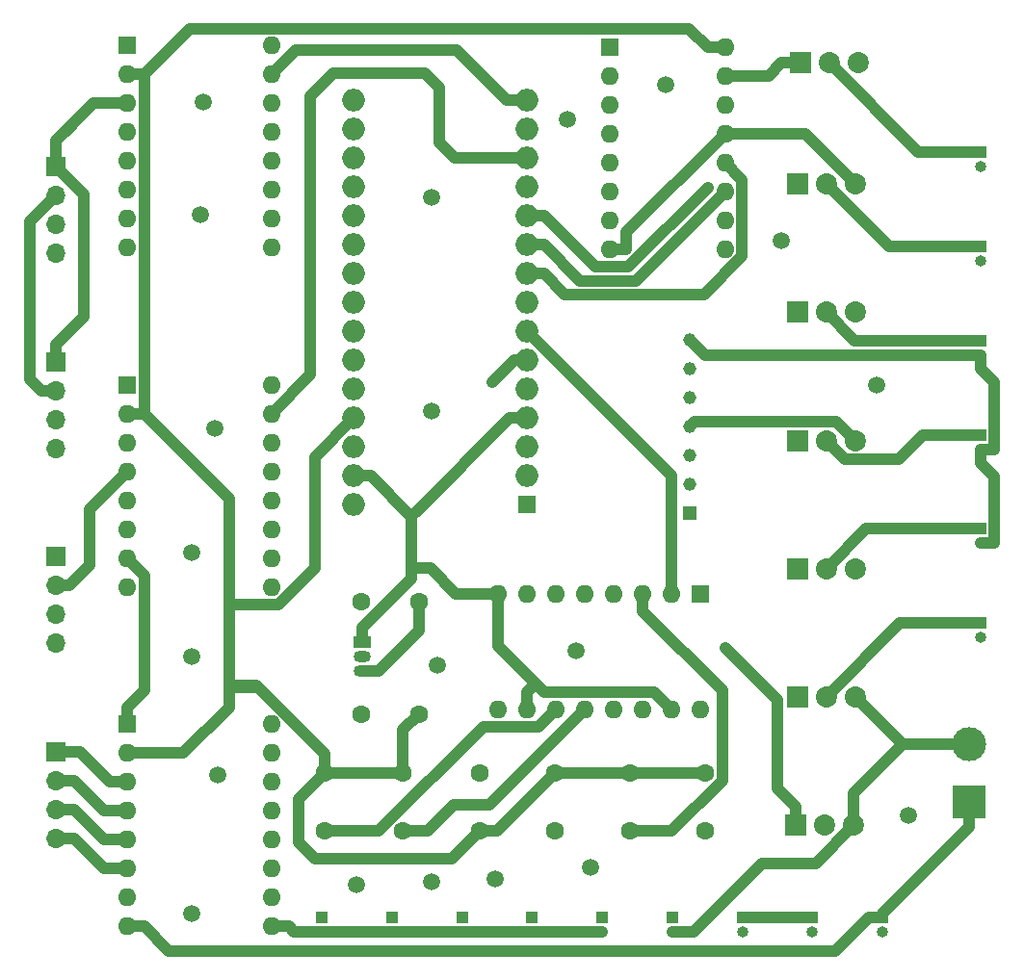
<source format=gbr>
%TF.GenerationSoftware,KiCad,Pcbnew,(6.0.6-0)*%
%TF.CreationDate,2022-11-09T17:59:03+09:00*%
%TF.ProjectId,WB,57422e6b-6963-4616-945f-706362585858,rev?*%
%TF.SameCoordinates,Original*%
%TF.FileFunction,Copper,L1,Top*%
%TF.FilePolarity,Positive*%
%FSLAX46Y46*%
G04 Gerber Fmt 4.6, Leading zero omitted, Abs format (unit mm)*
G04 Created by KiCad (PCBNEW (6.0.6-0)) date 2022-11-09 17:59:03*
%MOMM*%
%LPD*%
G01*
G04 APERTURE LIST*
%TA.AperFunction,ComponentPad*%
%ADD10R,1.860000X1.860000*%
%TD*%
%TA.AperFunction,ComponentPad*%
%ADD11C,1.860000*%
%TD*%
%TA.AperFunction,ComponentPad*%
%ADD12R,1.600000X1.600000*%
%TD*%
%TA.AperFunction,ComponentPad*%
%ADD13O,1.600000X1.600000*%
%TD*%
%TA.AperFunction,ComponentPad*%
%ADD14R,1.500000X1.050000*%
%TD*%
%TA.AperFunction,ComponentPad*%
%ADD15O,1.500000X1.050000*%
%TD*%
%TA.AperFunction,ComponentPad*%
%ADD16C,1.600000*%
%TD*%
%TA.AperFunction,ComponentPad*%
%ADD17R,1.000000X1.000000*%
%TD*%
%TA.AperFunction,ComponentPad*%
%ADD18O,1.000000X1.000000*%
%TD*%
%TA.AperFunction,ComponentPad*%
%ADD19R,1.700000X1.700000*%
%TD*%
%TA.AperFunction,ComponentPad*%
%ADD20O,1.700000X1.700000*%
%TD*%
%TA.AperFunction,ComponentPad*%
%ADD21R,3.000000X3.000000*%
%TD*%
%TA.AperFunction,ComponentPad*%
%ADD22C,3.000000*%
%TD*%
%TA.AperFunction,ComponentPad*%
%ADD23R,1.160000X1.160000*%
%TD*%
%TA.AperFunction,ComponentPad*%
%ADD24C,1.160000*%
%TD*%
%TA.AperFunction,ComponentPad*%
%ADD25O,2.000000X2.000000*%
%TD*%
%TA.AperFunction,ViaPad*%
%ADD26C,1.500000*%
%TD*%
%TA.AperFunction,ViaPad*%
%ADD27C,0.800000*%
%TD*%
%TA.AperFunction,Conductor*%
%ADD28C,1.000000*%
%TD*%
G04 APERTURE END LIST*
D10*
%TO.P,Q2,1,G*%
%TO.N,Net-(Q2-Pad1)*%
X218433500Y-37826500D03*
D11*
%TO.P,Q2,2,D*%
%TO.N,Net-(D2-Pad1)*%
X220973500Y-37826500D03*
%TO.P,Q2,3,S*%
%TO.N,GND*%
X223513500Y-37826500D03*
%TD*%
D12*
%TO.P,A2,1,GND*%
%TO.N,GND*%
X159522000Y-55499000D03*
D13*
%TO.P,A2,2,VDD*%
%TO.N,VCC*%
X159522000Y-58039000D03*
%TO.P,A2,3,1B*%
%TO.N,Net-(A2-Pad3)*%
X159522000Y-60579000D03*
%TO.P,A2,4,1A*%
%TO.N,Net-(A2-Pad4)*%
X159522000Y-63119000D03*
%TO.P,A2,5,2A*%
%TO.N,Net-(A2-Pad5)*%
X159522000Y-65659000D03*
%TO.P,A2,6,2B*%
%TO.N,Net-(A2-Pad6)*%
X159522000Y-68199000D03*
%TO.P,A2,7,GND*%
%TO.N,GND*%
X159522000Y-70739000D03*
%TO.P,A2,8,VMOT*%
%TO.N,+24V*%
X159522000Y-73279000D03*
%TO.P,A2,9,~{ENABLE}*%
%TO.N,GND*%
X172222000Y-73279000D03*
%TO.P,A2,10,MS1*%
%TO.N,unconnected-(A2-Pad10)*%
X172222000Y-70739000D03*
%TO.P,A2,11,MS2*%
%TO.N,unconnected-(A2-Pad11)*%
X172222000Y-68199000D03*
%TO.P,A2,12,MS3*%
%TO.N,unconnected-(A2-Pad12)*%
X172222000Y-65659000D03*
%TO.P,A2,13,~{RESET}*%
%TO.N,Net-(A2-Pad13)*%
X172222000Y-63119000D03*
%TO.P,A2,14,~{SLEEP}*%
X172222000Y-60579000D03*
%TO.P,A2,15,STEP*%
%TO.N,Net-(A2-Pad15)*%
X172222000Y-58039000D03*
%TO.P,A2,16,DIR*%
%TO.N,Net-(A2-Pad16)*%
X172222000Y-55499000D03*
%TD*%
D14*
%TO.P,Q8,1,E*%
%TO.N,GND*%
X180208000Y-78105000D03*
D15*
%TO.P,Q8,2,C*%
%TO.N,Net-(A3-Pad16)*%
X180208000Y-79375000D03*
%TO.P,Q8,3,B*%
%TO.N,Net-(Q8-Pad3)*%
X180208000Y-80645000D03*
%TD*%
D16*
%TO.P,R7,1*%
%TO.N,Net-(A3-Pad16)*%
X180086000Y-84455000D03*
%TO.P,R7,2*%
%TO.N,VCC*%
X185166000Y-84455000D03*
%TD*%
%TO.P,R3,1*%
%TO.N,D2*%
X190500000Y-89672000D03*
%TO.P,R3,2*%
%TO.N,VCC*%
X190500000Y-94752000D03*
%TD*%
D17*
%TO.P,D1,1,K*%
%TO.N,Net-(D1-Pad1)*%
X234569000Y-35037000D03*
D18*
%TO.P,D1,2,A*%
%TO.N,+24V*%
X234569000Y-36307000D03*
%TD*%
D16*
%TO.P,R8,1*%
%TO.N,Net-(A2-Pad16)*%
X180086000Y-74549000D03*
%TO.P,R8,2*%
%TO.N,Net-(Q8-Pad3)*%
X185166000Y-74549000D03*
%TD*%
D17*
%TO.P,SW5,1,1*%
%TO.N,D4*%
X201295000Y-102347000D03*
D18*
%TO.P,SW5,2,2*%
%TO.N,GND*%
X201295000Y-103617000D03*
%TD*%
D17*
%TO.P,SW1,1,1*%
%TO.N,D0*%
X176657000Y-102347000D03*
D18*
%TO.P,SW1,2,2*%
%TO.N,GND*%
X176657000Y-103617000D03*
%TD*%
D19*
%TO.P,J2,1,Pin_1*%
%TO.N,Net-(A1-Pad3)*%
X153289000Y-53477000D03*
D20*
%TO.P,J2,2,Pin_2*%
%TO.N,Net-(A1-Pad4)*%
X153289000Y-56017000D03*
%TO.P,J2,3,Pin_3*%
%TO.N,Net-(A1-Pad5)*%
X153289000Y-58557000D03*
%TO.P,J2,4,Pin_4*%
%TO.N,Net-(A1-Pad6)*%
X153289000Y-61097000D03*
%TD*%
D16*
%TO.P,R1,1*%
%TO.N,D0*%
X176911000Y-94742000D03*
%TO.P,R1,2*%
%TO.N,VCC*%
X176911000Y-89662000D03*
%TD*%
%TO.P,R5,1*%
%TO.N,D4*%
X203708000Y-94742000D03*
%TO.P,R5,2*%
%TO.N,VCC*%
X203708000Y-89662000D03*
%TD*%
D12*
%TO.P,U1,1,~{PL}*%
%TO.N,Net-(A4-Pad8)*%
X209916000Y-73894000D03*
D13*
%TO.P,U1,2,CP*%
%TO.N,Net-(A4-Pad7)*%
X207376000Y-73894000D03*
%TO.P,U1,3,D4*%
%TO.N,D4*%
X204836000Y-73894000D03*
%TO.P,U1,4,D5*%
%TO.N,D5*%
X202296000Y-73894000D03*
%TO.P,U1,5,D6*%
%TO.N,unconnected-(U1-Pad5)*%
X199756000Y-73894000D03*
%TO.P,U1,6,D7*%
%TO.N,unconnected-(U1-Pad6)*%
X197216000Y-73894000D03*
%TO.P,U1,7,~{Q7}*%
%TO.N,unconnected-(U1-Pad7)*%
X194676000Y-73894000D03*
%TO.P,U1,8,GND*%
%TO.N,GND*%
X192136000Y-73894000D03*
%TO.P,U1,9,Q7*%
%TO.N,Net-(A4-Pad6)*%
X192136000Y-84054000D03*
%TO.P,U1,10,DS*%
%TO.N,GND*%
X194676000Y-84054000D03*
%TO.P,U1,11,D0*%
%TO.N,D0*%
X197216000Y-84054000D03*
%TO.P,U1,12,D1*%
%TO.N,D1*%
X199756000Y-84054000D03*
%TO.P,U1,13,D2*%
%TO.N,D2*%
X202296000Y-84054000D03*
%TO.P,U1,14,D3*%
%TO.N,D3*%
X204836000Y-84054000D03*
%TO.P,U1,15,~{CE}*%
%TO.N,GND*%
X207376000Y-84054000D03*
%TO.P,U1,16,VCC*%
%TO.N,VCC*%
X209916000Y-84054000D03*
%TD*%
D10*
%TO.P,Q1,1,G*%
%TO.N,Net-(Q1-Pad1)*%
X218687500Y-27180000D03*
D11*
%TO.P,Q1,2,D*%
%TO.N,Net-(D1-Pad1)*%
X221227500Y-27180000D03*
%TO.P,Q1,3,S*%
%TO.N,GND*%
X223767500Y-27180000D03*
%TD*%
D10*
%TO.P,Q3,1,G*%
%TO.N,Net-(Q3-Pad1)*%
X218433500Y-49108000D03*
D11*
%TO.P,Q3,2,D*%
%TO.N,Net-(D3-Pad1)*%
X220973500Y-49108000D03*
%TO.P,Q3,3,S*%
%TO.N,GND*%
X223513500Y-49108000D03*
%TD*%
D12*
%TO.P,U2,1,QB*%
%TO.N,Net-(Q2-Pad1)*%
X201910000Y-25796000D03*
D13*
%TO.P,U2,2,QC*%
%TO.N,Net-(Q3-Pad1)*%
X201910000Y-28336000D03*
%TO.P,U2,3,QD*%
%TO.N,Net-(Q4-Pad1)*%
X201910000Y-30876000D03*
%TO.P,U2,4,QE*%
%TO.N,Net-(Q5-Pad1)*%
X201910000Y-33416000D03*
%TO.P,U2,5,QF*%
%TO.N,Net-(Q6-Pad1)*%
X201910000Y-35956000D03*
%TO.P,U2,6,QG*%
%TO.N,Net-(U2-Pad6)*%
X201910000Y-38496000D03*
%TO.P,U2,7,QH*%
%TO.N,Net-(U2-Pad7)*%
X201910000Y-41036000D03*
%TO.P,U2,8,GND*%
%TO.N,GND*%
X201910000Y-43576000D03*
%TO.P,U2,9,QH'*%
%TO.N,unconnected-(U2-Pad9)*%
X212070000Y-43576000D03*
%TO.P,U2,10,~{SRCLR}*%
%TO.N,VCC*%
X212070000Y-41036000D03*
%TO.P,U2,11,SRCLK*%
%TO.N,Net-(A4-Pad10)*%
X212070000Y-38496000D03*
%TO.P,U2,12,RCLK*%
%TO.N,Net-(A4-Pad9)*%
X212070000Y-35956000D03*
%TO.P,U2,13,~{OE}*%
%TO.N,GND*%
X212070000Y-33416000D03*
%TO.P,U2,14,SER*%
%TO.N,Net-(A4-Pad11)*%
X212070000Y-30876000D03*
%TO.P,U2,15,QA*%
%TO.N,Net-(Q1-Pad1)*%
X212070000Y-28336000D03*
%TO.P,U2,16,VCC*%
%TO.N,VCC*%
X212070000Y-25796000D03*
%TD*%
D12*
%TO.P,A1,1,GND*%
%TO.N,GND*%
X159522000Y-25654000D03*
D13*
%TO.P,A1,2,VDD*%
%TO.N,VCC*%
X159522000Y-28194000D03*
%TO.P,A1,3,1B*%
%TO.N,Net-(A1-Pad3)*%
X159522000Y-30734000D03*
%TO.P,A1,4,1A*%
%TO.N,Net-(A1-Pad4)*%
X159522000Y-33274000D03*
%TO.P,A1,5,2A*%
%TO.N,Net-(A1-Pad5)*%
X159522000Y-35814000D03*
%TO.P,A1,6,2B*%
%TO.N,Net-(A1-Pad6)*%
X159522000Y-38354000D03*
%TO.P,A1,7,GND*%
%TO.N,GND*%
X159522000Y-40894000D03*
%TO.P,A1,8,VMOT*%
%TO.N,+24V*%
X159522000Y-43434000D03*
%TO.P,A1,9,~{ENABLE}*%
%TO.N,Net-(A1-Pad9)*%
X172222000Y-43434000D03*
%TO.P,A1,10,MS1*%
%TO.N,unconnected-(A1-Pad10)*%
X172222000Y-40894000D03*
%TO.P,A1,11,MS2*%
%TO.N,unconnected-(A1-Pad11)*%
X172222000Y-38354000D03*
%TO.P,A1,12,MS3*%
%TO.N,unconnected-(A1-Pad12)*%
X172222000Y-35814000D03*
%TO.P,A1,13,~{RESET}*%
%TO.N,Net-(A1-Pad13)*%
X172222000Y-33274000D03*
%TO.P,A1,14,~{SLEEP}*%
X172222000Y-30734000D03*
%TO.P,A1,15,STEP*%
%TO.N,Net-(A1-Pad15)*%
X172222000Y-28194000D03*
%TO.P,A1,16,DIR*%
%TO.N,Net-(A1-Pad16)*%
X172222000Y-25654000D03*
%TD*%
D17*
%TO.P,SW2,1,1*%
%TO.N,D1*%
X182816500Y-102347000D03*
D18*
%TO.P,SW2,2,2*%
%TO.N,GND*%
X182816500Y-103617000D03*
%TD*%
D17*
%TO.P,J5,1,Pin_1*%
%TO.N,Net-(J4-Pad1)*%
X234569000Y-76449000D03*
D18*
%TO.P,J5,2,Pin_2*%
%TO.N,+24V*%
X234569000Y-77719000D03*
%TD*%
D17*
%TO.P,D4,1,K*%
%TO.N,Net-(D4-Pad1)*%
X234569000Y-59884200D03*
D18*
%TO.P,D4,2,A*%
%TO.N,+24V*%
X234569000Y-61154200D03*
%TD*%
D10*
%TO.P,Q4,1,G*%
%TO.N,Net-(Q4-Pad1)*%
X218433500Y-60389500D03*
D11*
%TO.P,Q4,2,D*%
%TO.N,Net-(D4-Pad1)*%
X220973500Y-60389500D03*
%TO.P,Q4,3,S*%
%TO.N,GND*%
X223513500Y-60389500D03*
%TD*%
D10*
%TO.P,Q5,1,G*%
%TO.N,Net-(Q5-Pad1)*%
X218433500Y-71671000D03*
D11*
%TO.P,Q5,2,D*%
%TO.N,Net-(D5-Pad1)*%
X220973500Y-71671000D03*
%TO.P,Q5,3,S*%
%TO.N,GND*%
X223513500Y-71671000D03*
%TD*%
D16*
%TO.P,R2,1*%
%TO.N,D1*%
X183769000Y-94742000D03*
%TO.P,R2,2*%
%TO.N,VCC*%
X183769000Y-89662000D03*
%TD*%
D17*
%TO.P,D5,1,K*%
%TO.N,Net-(D5-Pad1)*%
X234569000Y-68166600D03*
D18*
%TO.P,D5,2,A*%
%TO.N,+24V*%
X234569000Y-69436600D03*
%TD*%
D19*
%TO.P,J3,1,Pin_1*%
%TO.N,Net-(A2-Pad3)*%
X153289000Y-70622000D03*
D20*
%TO.P,J3,2,Pin_2*%
%TO.N,Net-(A2-Pad4)*%
X153289000Y-73162000D03*
%TO.P,J3,3,Pin_3*%
%TO.N,Net-(A2-Pad5)*%
X153289000Y-75702000D03*
%TO.P,J3,4,Pin_4*%
%TO.N,Net-(A2-Pad6)*%
X153289000Y-78242000D03*
%TD*%
D17*
%TO.P,J7,1,Pin_1*%
%TO.N,Net-(J5-Pad1)*%
X219773500Y-102347000D03*
D18*
%TO.P,J7,2,Pin_2*%
%TO.N,Net-(J5-Pad2)*%
X219773500Y-103617000D03*
%TD*%
D12*
%TO.P,A3,1,GND*%
%TO.N,GND*%
X159522000Y-85344000D03*
D13*
%TO.P,A3,2,VDD*%
%TO.N,VCC*%
X159522000Y-87884000D03*
%TO.P,A3,3,1B*%
%TO.N,Net-(A3-Pad3)*%
X159522000Y-90424000D03*
%TO.P,A3,4,1A*%
%TO.N,Net-(A3-Pad4)*%
X159522000Y-92964000D03*
%TO.P,A3,5,2A*%
%TO.N,Net-(A3-Pad5)*%
X159522000Y-95504000D03*
%TO.P,A3,6,2B*%
%TO.N,Net-(A3-Pad6)*%
X159522000Y-98044000D03*
%TO.P,A3,7,GND*%
%TO.N,GND*%
X159522000Y-100584000D03*
%TO.P,A3,8,VMOT*%
%TO.N,+24V*%
X159522000Y-103124000D03*
%TO.P,A3,9,~{ENABLE}*%
%TO.N,GND*%
X172222000Y-103124000D03*
%TO.P,A3,10,MS1*%
%TO.N,unconnected-(A3-Pad10)*%
X172222000Y-100584000D03*
%TO.P,A3,11,MS2*%
%TO.N,unconnected-(A3-Pad11)*%
X172222000Y-98044000D03*
%TO.P,A3,12,MS3*%
%TO.N,unconnected-(A3-Pad12)*%
X172222000Y-95504000D03*
%TO.P,A3,13,~{RESET}*%
%TO.N,Net-(A3-Pad13)*%
X172222000Y-92964000D03*
%TO.P,A3,14,~{SLEEP}*%
X172222000Y-90424000D03*
%TO.P,A3,15,STEP*%
%TO.N,Net-(A2-Pad15)*%
X172222000Y-87884000D03*
%TO.P,A3,16,DIR*%
%TO.N,Net-(A3-Pad16)*%
X172222000Y-85344000D03*
%TD*%
D10*
%TO.P,Q6,1,G*%
%TO.N,Net-(Q6-Pad1)*%
X218433500Y-82952500D03*
D11*
%TO.P,Q6,2,D*%
%TO.N,Net-(J4-Pad1)*%
X220973500Y-82952500D03*
%TO.P,Q6,3,S*%
%TO.N,GND*%
X223513500Y-82952500D03*
%TD*%
D21*
%TO.P,J8,1,Pin_1*%
%TO.N,+24V*%
X233553000Y-92202000D03*
D22*
%TO.P,J8,2,Pin_2*%
%TO.N,GND*%
X233553000Y-87122000D03*
%TD*%
D23*
%TO.P,U3,1,IN1*%
%TO.N,Net-(U2-Pad6)*%
X208997000Y-66802000D03*
D24*
%TO.P,U3,2,IN2*%
%TO.N,Net-(U2-Pad7)*%
X208997000Y-64262000D03*
%TO.P,U3,3,OUT1*%
%TO.N,Net-(J5-Pad1)*%
X208997000Y-61722000D03*
%TO.P,U3,4,GND*%
%TO.N,GND*%
X208997000Y-59182000D03*
%TO.P,U3,5,OUT2*%
%TO.N,Net-(J5-Pad2)*%
X208997000Y-56642000D03*
%TO.P,U3,6,N.C.*%
%TO.N,unconnected-(U3-Pad6)*%
X208997000Y-54102000D03*
%TO.P,U3,7,VM*%
%TO.N,+24V*%
X208997000Y-51562000D03*
%TD*%
D17*
%TO.P,J6,1,Pin_1*%
%TO.N,Net-(J5-Pad1)*%
X213614000Y-102347000D03*
D18*
%TO.P,J6,2,Pin_2*%
%TO.N,Net-(J5-Pad2)*%
X213614000Y-103617000D03*
%TD*%
D16*
%TO.P,R4,1*%
%TO.N,D3*%
X197104000Y-94742000D03*
%TO.P,R4,2*%
%TO.N,VCC*%
X197104000Y-89662000D03*
%TD*%
D17*
%TO.P,SW3,1,1*%
%TO.N,D2*%
X188976000Y-102347000D03*
D18*
%TO.P,SW3,2,2*%
%TO.N,GND*%
X188976000Y-103617000D03*
%TD*%
D17*
%TO.P,SW4,1,1*%
%TO.N,D3*%
X195135500Y-102347000D03*
D18*
%TO.P,SW4,2,2*%
%TO.N,GND*%
X195135500Y-103617000D03*
%TD*%
D12*
%TO.P,A4,1,D1/TX*%
%TO.N,unconnected-(A4-Pad1)*%
X194681000Y-66040000D03*
D25*
%TO.P,A4,2,D0/RX*%
%TO.N,unconnected-(A4-Pad2)*%
X194681000Y-63500000D03*
%TO.P,A4,3,~{RESET}*%
%TO.N,unconnected-(A4-Pad3)*%
X194681000Y-60960000D03*
%TO.P,A4,4,GND*%
%TO.N,GND*%
X194681000Y-58420000D03*
%TO.P,A4,5,D2*%
%TO.N,Net-(A4-Pad5)*%
X194681000Y-55880000D03*
%TO.P,A4,6,D3*%
%TO.N,Net-(A4-Pad6)*%
X194681000Y-53340000D03*
%TO.P,A4,7,D4*%
%TO.N,Net-(A4-Pad7)*%
X194681000Y-50800000D03*
%TO.P,A4,8,D5*%
%TO.N,Net-(A4-Pad8)*%
X194681000Y-48260000D03*
%TO.P,A4,9,D6*%
%TO.N,Net-(A4-Pad9)*%
X194681000Y-45720000D03*
%TO.P,A4,10,D7*%
%TO.N,Net-(A4-Pad10)*%
X194681000Y-43180000D03*
%TO.P,A4,11,D8*%
%TO.N,Net-(A4-Pad11)*%
X194681000Y-40640000D03*
%TO.P,A4,12,D9*%
%TO.N,Net-(A2-Pad16)*%
X194681000Y-38100000D03*
%TO.P,A4,13,D10*%
%TO.N,Net-(A2-Pad15)*%
X194681000Y-35560000D03*
%TO.P,A4,14,D11*%
%TO.N,Net-(A1-Pad16)*%
X194681000Y-33020000D03*
%TO.P,A4,15,D12*%
%TO.N,Net-(A1-Pad15)*%
X194681000Y-30480000D03*
%TO.P,A4,16,D13*%
%TO.N,Net-(A1-Pad9)*%
X179441000Y-30480000D03*
%TO.P,A4,17,3V3*%
%TO.N,unconnected-(A4-Pad17)*%
X179441000Y-33020000D03*
%TO.P,A4,18,AREF*%
%TO.N,unconnected-(A4-Pad18)*%
X179441000Y-35560000D03*
%TO.P,A4,19,A0*%
%TO.N,unconnected-(A4-Pad19)*%
X179441000Y-38100000D03*
%TO.P,A4,20,A1*%
%TO.N,unconnected-(A4-Pad20)*%
X179441000Y-40640000D03*
%TO.P,A4,21,A2*%
%TO.N,unconnected-(A4-Pad21)*%
X179441000Y-43180000D03*
%TO.P,A4,22,A3*%
%TO.N,unconnected-(A4-Pad22)*%
X179441000Y-45720000D03*
%TO.P,A4,23,A4*%
%TO.N,unconnected-(A4-Pad23)*%
X179441000Y-48260000D03*
%TO.P,A4,24,A5*%
%TO.N,unconnected-(A4-Pad24)*%
X179441000Y-50800000D03*
%TO.P,A4,25,A6*%
%TO.N,unconnected-(A4-Pad25)*%
X179441000Y-53340000D03*
%TO.P,A4,26,A7*%
%TO.N,unconnected-(A4-Pad26)*%
X179441000Y-55880000D03*
%TO.P,A4,27,+5V*%
%TO.N,VCC*%
X179441000Y-58420000D03*
%TO.P,A4,28,~{RESET}*%
%TO.N,unconnected-(A4-Pad28)*%
X179441000Y-60960000D03*
%TO.P,A4,29,GND*%
%TO.N,GND*%
X179441000Y-63500000D03*
%TO.P,A4,30,VIN*%
%TO.N,unconnected-(A4-Pad30)*%
X179441000Y-66040000D03*
%TD*%
D19*
%TO.P,J4,1,Pin_1*%
%TO.N,Net-(A3-Pad3)*%
X153289000Y-87767000D03*
D20*
%TO.P,J4,2,Pin_2*%
%TO.N,Net-(A3-Pad4)*%
X153289000Y-90307000D03*
%TO.P,J4,3,Pin_3*%
%TO.N,Net-(A3-Pad5)*%
X153289000Y-92847000D03*
%TO.P,J4,4,Pin_4*%
%TO.N,Net-(A3-Pad6)*%
X153289000Y-95387000D03*
%TD*%
D17*
%TO.P,M1,1,+*%
%TO.N,+24V*%
X225933000Y-102347000D03*
D18*
%TO.P,M1,2,-*%
%TO.N,Net-(M1-Pad2)*%
X225933000Y-103617000D03*
%TD*%
D19*
%TO.P,J1,1,Pin_1*%
%TO.N,Net-(A1-Pad3)*%
X153289000Y-36332000D03*
D20*
%TO.P,J1,2,Pin_2*%
%TO.N,Net-(A1-Pad4)*%
X153289000Y-38872000D03*
%TO.P,J1,3,Pin_3*%
%TO.N,Net-(A1-Pad5)*%
X153289000Y-41412000D03*
%TO.P,J1,4,Pin_4*%
%TO.N,Net-(A1-Pad6)*%
X153289000Y-43952000D03*
%TD*%
D17*
%TO.P,D2,1,K*%
%TO.N,Net-(D2-Pad1)*%
X234569000Y-43319400D03*
D18*
%TO.P,D2,2,A*%
%TO.N,+24V*%
X234569000Y-44589400D03*
%TD*%
D16*
%TO.P,R6,1*%
%TO.N,D5*%
X210312000Y-94742000D03*
%TO.P,R6,2*%
%TO.N,VCC*%
X210312000Y-89662000D03*
%TD*%
D10*
%TO.P,Q7,1,G*%
%TO.N,Net-(A4-Pad5)*%
X218313000Y-94234000D03*
D11*
%TO.P,Q7,2,D*%
%TO.N,Net-(M1-Pad2)*%
X220853000Y-94234000D03*
%TO.P,Q7,3,S*%
%TO.N,GND*%
X223393000Y-94234000D03*
%TD*%
D17*
%TO.P,D3,1,K*%
%TO.N,Net-(D3-Pad1)*%
X234569000Y-51601800D03*
D18*
%TO.P,D3,2,A*%
%TO.N,+24V*%
X234569000Y-52871800D03*
%TD*%
D17*
%TO.P,SW6,1,1*%
%TO.N,D5*%
X207454500Y-102347000D03*
D18*
%TO.P,SW6,2,2*%
%TO.N,GND*%
X207454500Y-103617000D03*
%TD*%
D26*
%TO.N,*%
X206883000Y-29083000D03*
X179705000Y-99441000D03*
X199009000Y-78867000D03*
X200279000Y-97917000D03*
X166243000Y-30607000D03*
X186309000Y-57785000D03*
X217043000Y-42799000D03*
X198247000Y-32131000D03*
X165989000Y-40513000D03*
X165227000Y-70231000D03*
X165227000Y-101981000D03*
X191897000Y-98933000D03*
X225425000Y-55499000D03*
X167513000Y-89789000D03*
X167259000Y-59309000D03*
X186309000Y-99187000D03*
X228219000Y-93345000D03*
X186309000Y-38989000D03*
X186817000Y-80137000D03*
X165227000Y-79375000D03*
D27*
%TO.N,Net-(A4-Pad6)*%
X191657300Y-55229700D03*
%TO.N,Net-(A4-Pad11)*%
X210569700Y-38114400D03*
%TO.N,Net-(A4-Pad5)*%
X212123700Y-78654800D03*
%TD*%
D28*
%TO.N,+24V*%
X235769300Y-69436600D02*
X235769300Y-63554800D01*
X234569000Y-52871800D02*
X234569000Y-54072100D01*
X225933000Y-102347000D02*
X224732700Y-102347000D01*
X208997000Y-51562000D02*
X210306800Y-52871800D01*
X234569000Y-69436600D02*
X235769300Y-69436600D01*
X161022300Y-103124000D02*
X159522000Y-103124000D01*
X163181300Y-105283000D02*
X161022300Y-103124000D01*
X233553000Y-92202000D02*
X233553000Y-94402300D01*
X234569000Y-61154200D02*
X234569000Y-62354500D01*
X224732700Y-102347000D02*
X221796700Y-105283000D01*
X235769300Y-55272400D02*
X235769300Y-61154200D01*
X234569000Y-54072100D02*
X235769300Y-55272400D01*
X225933000Y-102022300D02*
X225933000Y-102347000D01*
X234569000Y-61154200D02*
X235769300Y-61154200D01*
X210306800Y-52871800D02*
X234569000Y-52871800D01*
X221796700Y-105283000D02*
X163181300Y-105283000D01*
X235769300Y-63554800D02*
X234569000Y-62354500D01*
X233553000Y-94402300D02*
X225933000Y-102022300D01*
%TO.N,GND*%
X192136000Y-78483600D02*
X192136000Y-73894000D01*
X219103000Y-33416000D02*
X223513500Y-37826500D01*
X203410300Y-43576000D02*
X203410300Y-42075700D01*
X161022300Y-82343400D02*
X161022300Y-72239300D01*
X194676000Y-84054000D02*
X194676000Y-82553700D01*
X179847000Y-103617000D02*
X179832000Y-103632000D01*
X172222000Y-103124000D02*
X173722300Y-103124000D01*
X201295000Y-103617000D02*
X195135500Y-103617000D01*
X209419900Y-58759100D02*
X208997000Y-59182000D01*
X195441100Y-81788600D02*
X192136000Y-78483600D01*
X227683000Y-87122000D02*
X223513500Y-82952500D01*
X203410300Y-42075700D02*
X212070000Y-33416000D01*
X194681000Y-58420000D02*
X193180700Y-58420000D01*
X195441100Y-81788600D02*
X194676000Y-82553700D01*
X182816500Y-103617000D02*
X179847000Y-103617000D01*
X176657000Y-103617000D02*
X174215300Y-103617000D01*
X177787000Y-103617000D02*
X176657000Y-103617000D01*
X196191200Y-82538800D02*
X195441100Y-81788600D01*
X184521000Y-72566700D02*
X180208000Y-76879700D01*
X161022300Y-72239300D02*
X159522000Y-70739000D01*
X220031100Y-97595900D02*
X223393000Y-94234000D01*
X159522000Y-83843700D02*
X161022300Y-82343400D01*
X223513500Y-60389500D02*
X221883100Y-58759100D01*
X184521000Y-67079700D02*
X180941300Y-63500000D01*
X186173200Y-71628000D02*
X184521000Y-71628000D01*
X215363100Y-97595900D02*
X220031100Y-97595900D01*
X207376000Y-84054000D02*
X205860800Y-82538800D01*
X177802000Y-103632000D02*
X177787000Y-103617000D01*
X184521000Y-66929000D02*
X184521000Y-72566700D01*
X212070000Y-33416000D02*
X219103000Y-33416000D01*
X184918850Y-66681850D02*
X193180700Y-58420000D01*
X195135500Y-103617000D02*
X188976000Y-103617000D01*
X221883100Y-58759100D02*
X209419900Y-58759100D01*
X223393000Y-91412000D02*
X227683000Y-87122000D01*
X180208000Y-76879700D02*
X180208000Y-78105000D01*
X233553000Y-87122000D02*
X227683000Y-87122000D01*
X188439200Y-73894000D02*
X186173200Y-71628000D01*
X192136000Y-73894000D02*
X188439200Y-73894000D01*
X159522000Y-85344000D02*
X159522000Y-83843700D01*
X188976000Y-103617000D02*
X182816500Y-103617000D01*
X207454500Y-103617000D02*
X209342000Y-103617000D01*
X201910000Y-43576000D02*
X203410300Y-43576000D01*
X174215300Y-103617000D02*
X173722300Y-103124000D01*
X223393000Y-94234000D02*
X223393000Y-91412000D01*
X209342000Y-103617000D02*
X215363100Y-97595900D01*
X179441000Y-63500000D02*
X180941300Y-63500000D01*
X205860800Y-82538800D02*
X196191200Y-82538800D01*
X179832000Y-103632000D02*
X177802000Y-103632000D01*
%TO.N,VCC*%
X188097000Y-97155000D02*
X176022000Y-97155000D01*
X190500000Y-94752000D02*
X188097000Y-97155000D01*
X192014000Y-94752000D02*
X190500000Y-94752000D01*
X168529000Y-81915000D02*
X168678600Y-82064600D01*
X159522000Y-28194000D02*
X161022300Y-28194000D01*
X165071700Y-24144600D02*
X208918300Y-24144600D01*
X210312000Y-89662000D02*
X203708000Y-89662000D01*
X176022000Y-61839000D02*
X179441000Y-58420000D01*
X176911000Y-89662000D02*
X176911000Y-87906600D01*
X168474800Y-83842200D02*
X168474800Y-74803600D01*
X172841800Y-74803600D02*
X176022000Y-71623400D01*
X183769000Y-89662000D02*
X183769000Y-85852000D01*
X170919400Y-81915000D02*
X168529000Y-81915000D01*
X176911000Y-87906600D02*
X170919400Y-81915000D01*
X176022000Y-71623400D02*
X176022000Y-61839000D01*
X174625000Y-91948000D02*
X176911000Y-89662000D01*
X159522000Y-58039000D02*
X161022300Y-58039000D01*
X183769000Y-89662000D02*
X176911000Y-89662000D01*
X212070000Y-25796000D02*
X210569700Y-25796000D01*
X197104000Y-89662000D02*
X203708000Y-89662000D01*
X168474800Y-74803600D02*
X172841800Y-74803600D01*
X168678600Y-82064600D02*
X170919400Y-82064600D01*
X183769000Y-85852000D02*
X185166000Y-84455000D01*
X168474800Y-65491500D02*
X161022300Y-58039000D01*
X208918300Y-24144600D02*
X210569700Y-25796000D01*
X161022300Y-28194000D02*
X165071700Y-24144600D01*
X168474800Y-74803600D02*
X168474800Y-65491500D01*
X197104000Y-89662000D02*
X192014000Y-94752000D01*
X176022000Y-97155000D02*
X174625000Y-95758000D01*
X164433000Y-87884000D02*
X168474800Y-83842200D01*
X161022300Y-28194000D02*
X161022300Y-58039000D01*
X174625000Y-95758000D02*
X174625000Y-91948000D01*
X159522000Y-87884000D02*
X164433000Y-87884000D01*
%TO.N,Net-(A4-Pad7)*%
X207376000Y-63495000D02*
X207376000Y-73894000D01*
X194681000Y-50800000D02*
X207376000Y-63495000D01*
%TO.N,Net-(A4-Pad6)*%
X193547000Y-53340000D02*
X191657300Y-55229700D01*
X194681000Y-53340000D02*
X193547000Y-53340000D01*
%TO.N,Net-(J5-Pad1)*%
X213614000Y-102347000D02*
X219773500Y-102347000D01*
%TO.N,Net-(A1-Pad3)*%
X156591000Y-30734000D02*
X159522000Y-30734000D01*
X153289000Y-34036000D02*
X156591000Y-30734000D01*
X155702000Y-49513700D02*
X153289000Y-51926700D01*
X153289000Y-36332000D02*
X153289000Y-34036000D01*
X153289000Y-51926700D02*
X153289000Y-53477000D01*
X153289000Y-36332000D02*
X155702000Y-38745000D01*
X153289000Y-34036000D02*
X154686000Y-32639000D01*
X155702000Y-38745000D02*
X155702000Y-49513700D01*
%TO.N,Net-(A1-Pad4)*%
X153289000Y-38872000D02*
X151003000Y-41158000D01*
X151003000Y-41158000D02*
X151003000Y-54991000D01*
X151003000Y-54991000D02*
X152029000Y-56017000D01*
X152029000Y-56017000D02*
X153289000Y-56017000D01*
%TO.N,Net-(A2-Pad4)*%
X156210000Y-66431000D02*
X159522000Y-63119000D01*
X154422000Y-73162000D02*
X156210000Y-71374000D01*
X153289000Y-73162000D02*
X154422000Y-73162000D01*
X156210000Y-71374000D02*
X156210000Y-66431000D01*
%TO.N,Net-(D1-Pad1)*%
X229084500Y-35037000D02*
X234569000Y-35037000D01*
X221227500Y-27180000D02*
X229084500Y-35037000D01*
%TO.N,Net-(D5-Pad1)*%
X234569000Y-68166600D02*
X224477900Y-68166600D01*
X224477900Y-68166600D02*
X220973500Y-71671000D01*
%TO.N,D4*%
X204836000Y-75394300D02*
X211828100Y-82386400D01*
X204836000Y-73894000D02*
X204836000Y-75394300D01*
X207395800Y-94742000D02*
X203708000Y-94742000D01*
X211828100Y-90309700D02*
X207395800Y-94742000D01*
X211828100Y-82386400D02*
X211828100Y-90309700D01*
%TO.N,D1*%
X185928000Y-94742000D02*
X188214000Y-92456000D01*
X191354000Y-92456000D02*
X199756000Y-84054000D01*
X188214000Y-92456000D02*
X191354000Y-92456000D01*
X183769000Y-94742000D02*
X185928000Y-94742000D01*
%TO.N,D0*%
X190834800Y-85554300D02*
X181647100Y-94742000D01*
X195715700Y-85554300D02*
X190834800Y-85554300D01*
X197216000Y-84054000D02*
X195715700Y-85554300D01*
X181647100Y-94742000D02*
X176911000Y-94742000D01*
%TO.N,Net-(Q8-Pad3)*%
X185166000Y-77137300D02*
X181658300Y-80645000D01*
X180208000Y-80645000D02*
X181658300Y-80645000D01*
X185166000Y-74549000D02*
X185166000Y-77137300D01*
%TO.N,Net-(Q1-Pad1)*%
X212070000Y-28336000D02*
X215901200Y-28336000D01*
X215901200Y-28336000D02*
X217057200Y-27180000D01*
X218687500Y-27180000D02*
X217057200Y-27180000D01*
%TO.N,Net-(A4-Pad10)*%
X204238500Y-46327500D02*
X212070000Y-38496000D01*
X199328800Y-46327500D02*
X204238500Y-46327500D01*
X196181300Y-43180000D02*
X199328800Y-46327500D01*
X194681000Y-43180000D02*
X196181300Y-43180000D01*
%TO.N,Net-(A4-Pad9)*%
X197997700Y-47536400D02*
X210235300Y-47536400D01*
X194681000Y-45720000D02*
X196181300Y-45720000D01*
X210235300Y-47536400D02*
X213575800Y-44195900D01*
X213575800Y-37461800D02*
X212070000Y-35956000D01*
X196181300Y-45720000D02*
X197997700Y-47536400D01*
X213575800Y-44195900D02*
X213575800Y-37461800D01*
%TO.N,Net-(A3-Pad3)*%
X153289000Y-87767000D02*
X155364700Y-87767000D01*
X159522000Y-90424000D02*
X158021700Y-90424000D01*
X155364700Y-87767000D02*
X158021700Y-90424000D01*
%TO.N,Net-(A3-Pad4)*%
X157496300Y-92964000D02*
X159522000Y-92964000D01*
X154839300Y-90307000D02*
X157496300Y-92964000D01*
X153289000Y-90307000D02*
X154839300Y-90307000D01*
%TO.N,Net-(A3-Pad5)*%
X153289000Y-92847000D02*
X154839300Y-92847000D01*
X154839300Y-92847000D02*
X157496300Y-95504000D01*
X157496300Y-95504000D02*
X159522000Y-95504000D01*
%TO.N,Net-(A3-Pad6)*%
X154839300Y-95387000D02*
X157496300Y-98044000D01*
X153289000Y-95387000D02*
X154839300Y-95387000D01*
X157496300Y-98044000D02*
X159522000Y-98044000D01*
%TO.N,Net-(A4-Pad11)*%
X196181300Y-40640000D02*
X200668400Y-45127100D01*
X194681000Y-40640000D02*
X196181300Y-40640000D01*
X203557000Y-45127100D02*
X210569700Y-38114400D01*
X200668400Y-45127100D02*
X203557000Y-45127100D01*
%TO.N,Net-(A4-Pad5)*%
X216682700Y-90973400D02*
X218313000Y-92603700D01*
X212123700Y-78654800D02*
X216682700Y-83213800D01*
X218313000Y-94234000D02*
X218313000Y-92603700D01*
X216682700Y-83213800D02*
X216682700Y-90973400D01*
%TO.N,Net-(D4-Pad1)*%
X229501600Y-59884200D02*
X234569000Y-59884200D01*
X220973500Y-60389500D02*
X222621600Y-62037600D01*
X227348200Y-62037600D02*
X229501600Y-59884200D01*
X222621600Y-62037600D02*
X227348200Y-62037600D01*
%TO.N,Net-(D3-Pad1)*%
X223467300Y-51601800D02*
X220973500Y-49108000D01*
X234569000Y-51601800D02*
X223467300Y-51601800D01*
%TO.N,Net-(D2-Pad1)*%
X234569000Y-43319400D02*
X226466400Y-43319400D01*
X226466400Y-43319400D02*
X220973500Y-37826500D01*
%TO.N,Net-(A1-Pad15)*%
X194681000Y-30480000D02*
X192913000Y-30480000D01*
X192913000Y-30480000D02*
X188468000Y-26035000D01*
X188468000Y-26035000D02*
X174381000Y-26035000D01*
X174381000Y-26035000D02*
X172222000Y-28194000D01*
%TO.N,Net-(A2-Pad15)*%
X177673000Y-28067000D02*
X175641000Y-30099000D01*
X175641000Y-30099000D02*
X175641000Y-54620000D01*
X175641000Y-54620000D02*
X172222000Y-58039000D01*
X185687700Y-28067000D02*
X177673000Y-28067000D01*
X194681000Y-35560000D02*
X188341000Y-35560000D01*
X186944000Y-34163000D02*
X186944000Y-29323300D01*
X186944000Y-29323300D02*
X185687700Y-28067000D01*
X188341000Y-35560000D02*
X186944000Y-34163000D01*
%TO.N,Net-(J4-Pad1)*%
X227477000Y-76449000D02*
X234569000Y-76449000D01*
X220973500Y-82952500D02*
X227477000Y-76449000D01*
%TD*%
M02*

</source>
